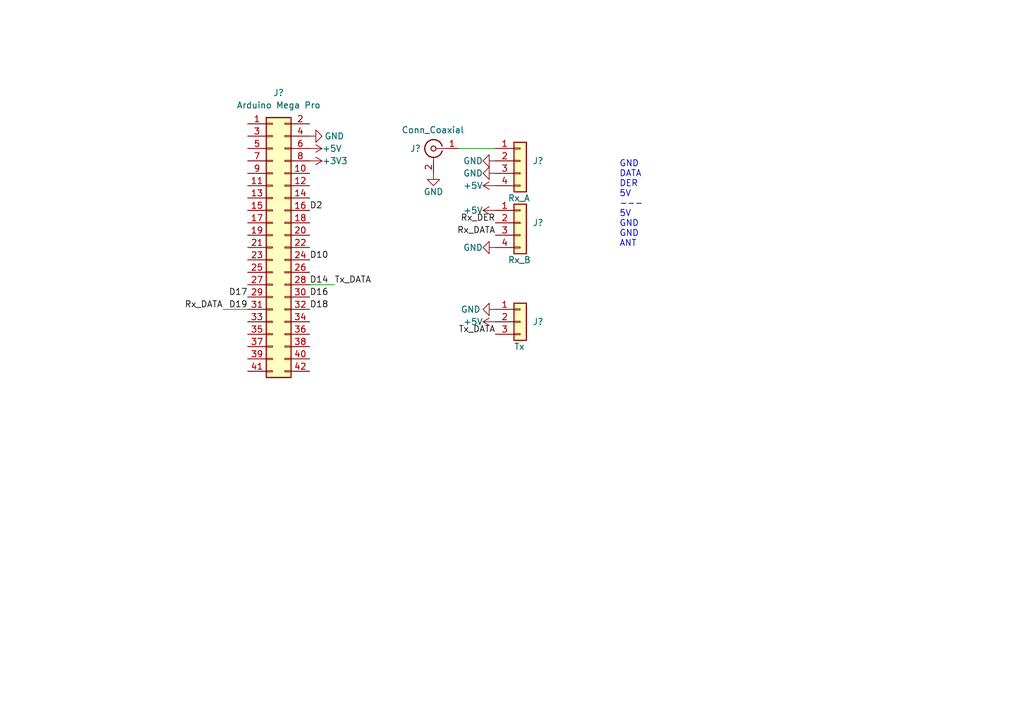
<source format=kicad_sch>
(kicad_sch (version 20211123) (generator eeschema)
  (paper "A5")
  (lib_symbols
    (symbol "Connector:Conn_Coaxial" (pin_names (offset 1.016) hide)
      (property "Reference" "J" (at 0.254 3.048 0))
      (property "Value" "Conn_Coaxial" (at 2.921 0 90))
      (symbol "Conn_Coaxial_0_1"
        (arc (start -1.778 -0.508) (mid 0.222 -1.808) (end 1.778 0) (stroke (width 0.254)))
        (polyline (pts (xy -2.54 0) (xy -0.508 0)))
        (polyline (pts (xy 0 -2.54) (xy 0 -1.778)))
        (circle (center 0 0) (radius 0.508) (stroke (width 0.2032)))
        (arc (start 1.778 0) (mid 0.222 1.8083) (end -1.778 0.508) (stroke (width 0.254)))
      )
      (symbol "Conn_Coaxial_1_1"
        (pin passive line (at -5.08 0 0) (length 2.54) (name "In") (number "1"))
        (pin passive line (at 0 -5.08 90) (length 2.54) (name "Ext") (number "2"))
      )
    )
    (symbol "Connector_Generic:Conn_01x03" (pin_names (offset 1.016) hide)
      (property "Reference" "J" (at 0 5.08 0))
      (property "Value" "Conn_01x03" (at 0 -5.08 0))
      (symbol "Conn_01x03_1_1"
        (rectangle (start -1.27 -2.413) (end 0 -2.667) (stroke (width 0.1524)))
        (rectangle (start -1.27 0.127) (end 0 -0.127) (stroke (width 0.1524)))
        (rectangle (start -1.27 2.667) (end 0 2.413) (stroke (width 0.1524)))
        (rectangle (start -1.27 3.81) (end 1.27 -3.81) (stroke (width 0.254)) (fill (type background)))
        (pin passive line (at -5.08 2.54 0) (length 3.81) (name "Pin_1") (number "1"))
        (pin passive line (at -5.08 0 0) (length 3.81) (name "Pin_2") (number "2"))
        (pin passive line (at -5.08 -2.54 0) (length 3.81) (name "Pin_3") (number "3"))
      )
    )
    (symbol "Connector_Generic:Conn_01x04" (pin_names (offset 1.016) hide)
      (property "Reference" "J" (at 0 5.08 0))
      (property "Value" "Conn_01x04" (at 0 -7.62 0))
      (symbol "Conn_01x04_1_1"
        (rectangle (start -1.27 -4.953) (end 0 -5.207) (stroke (width 0.1524)))
        (rectangle (start -1.27 -2.413) (end 0 -2.667) (stroke (width 0.1524)))
        (rectangle (start -1.27 0.127) (end 0 -0.127) (stroke (width 0.1524)))
        (rectangle (start -1.27 2.667) (end 0 2.413) (stroke (width 0.1524)))
        (rectangle (start -1.27 3.81) (end 1.27 -6.35) (stroke (width 0.254)) (fill (type background)))
        (pin passive line (at -5.08 2.54 0) (length 3.81) (name "Pin_1") (number "1"))
        (pin passive line (at -5.08 0 0) (length 3.81) (name "Pin_2") (number "2"))
        (pin passive line (at -5.08 -2.54 0) (length 3.81) (name "Pin_3") (number "3"))
        (pin passive line (at -5.08 -5.08 0) (length 3.81) (name "Pin_4") (number "4"))
      )
    )
    (symbol "Connector_Generic:Conn_02x21_Odd_Even" (pin_names (offset 1.016) hide)
      (property "Reference" "J" (at 1.27 27.94 0))
      (property "Value" "Conn_02x21_Odd_Even" (at 1.27 -27.94 0))
      (symbol "Conn_02x21_Odd_Even_1_1"
        (rectangle (start -1.27 -25.273) (end 0 -25.527) (stroke (width 0.1524)))
        (rectangle (start -1.27 -22.733) (end 0 -22.987) (stroke (width 0.1524)))
        (rectangle (start -1.27 -20.193) (end 0 -20.447) (stroke (width 0.1524)))
        (rectangle (start -1.27 -17.653) (end 0 -17.907) (stroke (width 0.1524)))
        (rectangle (start -1.27 -15.113) (end 0 -15.367) (stroke (width 0.1524)))
        (rectangle (start -1.27 -12.573) (end 0 -12.827) (stroke (width 0.1524)))
        (rectangle (start -1.27 -10.033) (end 0 -10.287) (stroke (width 0.1524)))
        (rectangle (start -1.27 -7.493) (end 0 -7.747) (stroke (width 0.1524)))
        (rectangle (start -1.27 -4.953) (end 0 -5.207) (stroke (width 0.1524)))
        (rectangle (start -1.27 -2.413) (end 0 -2.667) (stroke (width 0.1524)))
        (rectangle (start -1.27 0.127) (end 0 -0.127) (stroke (width 0.1524)))
        (rectangle (start -1.27 2.667) (end 0 2.413) (stroke (width 0.1524)))
        (rectangle (start -1.27 5.207) (end 0 4.953) (stroke (width 0.1524)))
        (rectangle (start -1.27 7.747) (end 0 7.493) (stroke (width 0.1524)))
        (rectangle (start -1.27 10.287) (end 0 10.033) (stroke (width 0.1524)))
        (rectangle (start -1.27 12.827) (end 0 12.573) (stroke (width 0.1524)))
        (rectangle (start -1.27 15.367) (end 0 15.113) (stroke (width 0.1524)))
        (rectangle (start -1.27 17.907) (end 0 17.653) (stroke (width 0.1524)))
        (rectangle (start -1.27 20.447) (end 0 20.193) (stroke (width 0.1524)))
        (rectangle (start -1.27 22.987) (end 0 22.733) (stroke (width 0.1524)))
        (rectangle (start -1.27 25.527) (end 0 25.273) (stroke (width 0.1524)))
        (rectangle (start -1.27 26.67) (end 3.81 -26.67) (stroke (width 0.254)) (fill (type background)))
        (rectangle (start 3.81 -25.273) (end 2.54 -25.527) (stroke (width 0.1524)))
        (rectangle (start 3.81 -22.733) (end 2.54 -22.987) (stroke (width 0.1524)))
        (rectangle (start 3.81 -20.193) (end 2.54 -20.447) (stroke (width 0.1524)))
        (rectangle (start 3.81 -17.653) (end 2.54 -17.907) (stroke (width 0.1524)))
        (rectangle (start 3.81 -15.113) (end 2.54 -15.367) (stroke (width 0.1524)))
        (rectangle (start 3.81 -12.573) (end 2.54 -12.827) (stroke (width 0.1524)))
        (rectangle (start 3.81 -10.033) (end 2.54 -10.287) (stroke (width 0.1524)))
        (rectangle (start 3.81 -7.493) (end 2.54 -7.747) (stroke (width 0.1524)))
        (rectangle (start 3.81 -4.953) (end 2.54 -5.207) (stroke (width 0.1524)))
        (rectangle (start 3.81 -2.413) (end 2.54 -2.667) (stroke (width 0.1524)))
        (rectangle (start 3.81 0.127) (end 2.54 -0.127) (stroke (width 0.1524)))
        (rectangle (start 3.81 2.667) (end 2.54 2.413) (stroke (width 0.1524)))
        (rectangle (start 3.81 5.207) (end 2.54 4.953) (stroke (width 0.1524)))
        (rectangle (start 3.81 7.747) (end 2.54 7.493) (stroke (width 0.1524)))
        (rectangle (start 3.81 10.287) (end 2.54 10.033) (stroke (width 0.1524)))
        (rectangle (start 3.81 12.827) (end 2.54 12.573) (stroke (width 0.1524)))
        (rectangle (start 3.81 15.367) (end 2.54 15.113) (stroke (width 0.1524)))
        (rectangle (start 3.81 17.907) (end 2.54 17.653) (stroke (width 0.1524)))
        (rectangle (start 3.81 20.447) (end 2.54 20.193) (stroke (width 0.1524)))
        (rectangle (start 3.81 22.987) (end 2.54 22.733) (stroke (width 0.1524)))
        (rectangle (start 3.81 25.527) (end 2.54 25.273) (stroke (width 0.1524)))
        (pin passive line (at -5.08 25.4 0) (length 3.81) (name "Pin_1") (number "1"))
        (pin passive line (at 7.62 15.24 180) (length 3.81) (name "Pin_10") (number "10"))
        (pin passive line (at -5.08 12.7 0) (length 3.81) (name "Pin_11") (number "11"))
        (pin passive line (at 7.62 12.7 180) (length 3.81) (name "Pin_12") (number "12"))
        (pin passive line (at -5.08 10.16 0) (length 3.81) (name "Pin_13") (number "13"))
        (pin passive line (at 7.62 10.16 180) (length 3.81) (name "Pin_14") (number "14"))
        (pin passive line (at -5.08 7.62 0) (length 3.81) (name "Pin_15") (number "15"))
        (pin passive line (at 7.62 7.62 180) (length 3.81) (name "Pin_16") (number "16"))
        (pin passive line (at -5.08 5.08 0) (length 3.81) (name "Pin_17") (number "17"))
        (pin passive line (at 7.62 5.08 180) (length 3.81) (name "Pin_18") (number "18"))
        (pin passive line (at -5.08 2.54 0) (length 3.81) (name "Pin_19") (number "19"))
        (pin passive line (at 7.62 25.4 180) (length 3.81) (name "Pin_2") (number "2"))
        (pin passive line (at 7.62 2.54 180) (length 3.81) (name "Pin_20") (number "20"))
        (pin passive line (at -5.08 0 0) (length 3.81) (name "Pin_21") (number "21"))
        (pin passive line (at 7.62 0 180) (length 3.81) (name "Pin_22") (number "22"))
        (pin passive line (at -5.08 -2.54 0) (length 3.81) (name "Pin_23") (number "23"))
        (pin passive line (at 7.62 -2.54 180) (length 3.81) (name "Pin_24") (number "24"))
        (pin passive line (at -5.08 -5.08 0) (length 3.81) (name "Pin_25") (number "25"))
        (pin passive line (at 7.62 -5.08 180) (length 3.81) (name "Pin_26") (number "26"))
        (pin passive line (at -5.08 -7.62 0) (length 3.81) (name "Pin_27") (number "27"))
        (pin passive line (at 7.62 -7.62 180) (length 3.81) (name "Pin_28") (number "28"))
        (pin passive line (at -5.08 -10.16 0) (length 3.81) (name "Pin_29") (number "29"))
        (pin passive line (at -5.08 22.86 0) (length 3.81) (name "Pin_3") (number "3"))
        (pin passive line (at 7.62 -10.16 180) (length 3.81) (name "Pin_30") (number "30"))
        (pin passive line (at -5.08 -12.7 0) (length 3.81) (name "Pin_31") (number "31"))
        (pin passive line (at 7.62 -12.7 180) (length 3.81) (name "Pin_32") (number "32"))
        (pin passive line (at -5.08 -15.24 0) (length 3.81) (name "Pin_33") (number "33"))
        (pin passive line (at 7.62 -15.24 180) (length 3.81) (name "Pin_34") (number "34"))
        (pin passive line (at -5.08 -17.78 0) (length 3.81) (name "Pin_35") (number "35"))
        (pin passive line (at 7.62 -17.78 180) (length 3.81) (name "Pin_36") (number "36"))
        (pin passive line (at -5.08 -20.32 0) (length 3.81) (name "Pin_37") (number "37"))
        (pin passive line (at 7.62 -20.32 180) (length 3.81) (name "Pin_38") (number "38"))
        (pin passive line (at -5.08 -22.86 0) (length 3.81) (name "Pin_39") (number "39"))
        (pin passive line (at 7.62 22.86 180) (length 3.81) (name "Pin_4") (number "4"))
        (pin passive line (at 7.62 -22.86 180) (length 3.81) (name "Pin_40") (number "40"))
        (pin passive line (at -5.08 -25.4 0) (length 3.81) (name "Pin_41") (number "41"))
        (pin passive line (at 7.62 -25.4 180) (length 3.81) (name "Pin_42") (number "42"))
        (pin passive line (at -5.08 20.32 0) (length 3.81) (name "Pin_5") (number "5"))
        (pin passive line (at 7.62 20.32 180) (length 3.81) (name "Pin_6") (number "6"))
        (pin passive line (at -5.08 17.78 0) (length 3.81) (name "Pin_7") (number "7"))
        (pin passive line (at 7.62 17.78 180) (length 3.81) (name "Pin_8") (number "8"))
        (pin passive line (at -5.08 15.24 0) (length 3.81) (name "Pin_9") (number "9"))
      )
    )
    (symbol "power:+3V3" (power) (pin_names (offset 0))
      (property "Value" "+3V3" (at 0 3.556 0))
      (symbol "+3V3_0_1"
        (polyline (pts (xy -0.762 1.27) (xy 0 2.54)))
        (polyline (pts (xy 0 0) (xy 0 2.54)))
        (polyline (pts (xy 0 2.54) (xy 0.762 1.27)))
      )
      (symbol "+3V3_1_1"
        (pin power_in line (at 0 0 90) (length 0) hide (name "+3V3") (number "1"))
      )
    )
    (symbol "power:+5V" (power) (pin_names (offset 0))
      (property "Value" "+5V" (at 0 3.556 0))
      (symbol "+5V_0_1"
        (polyline (pts (xy -0.762 1.27) (xy 0 2.54)))
        (polyline (pts (xy 0 0) (xy 0 2.54)))
        (polyline (pts (xy 0 2.54) (xy 0.762 1.27)))
      )
      (symbol "+5V_1_1"
        (pin power_in line (at 0 0 90) (length 0) hide (name "+5V") (number "1"))
      )
    )
    (symbol "power:GND" (power) (pin_names (offset 0))
      (property "Value" "GND" (at 0 -3.81 0))
      (symbol "GND_0_1"
        (polyline (pts (xy 0 0) (xy 0 -1.27) (xy 1.27 -1.27) (xy 0 -2.54) (xy -1.27 -1.27) (xy 0 -1.27)))
      )
      (symbol "GND_1_1"
        (pin power_in line (at 0 0 270) (length 0) hide (name "GND") (number "1"))
      )
    )
  )
  (wire (pts (xy 45.72 63.5) (xy 50.8 63.5)))
  (wire (pts (xy 63.5 58.42) (xy 68.58 58.42)))
  (wire (pts (xy 93.98 30.48) (xy 101.6 30.48)))
  (text "GND\nDATA\nDER\n5V\n---\n5V\nGND\nGND\nANT" (at 127 50.8 0) (effects (font (size 1.27 1.27)) (justify left bottom)))
  (label "Tx_DATA" (at 68.58 58.42 0))
  (label "D16" (at 63.5 60.96 0))
  (label "D2" (at 63.5 43.18 0))
  (label "Rx_DATA" (at 101.6 48.26 180))
  (label "D17" (at 50.8 60.96 180))
  (label "D14" (at 63.5 58.42 0))
  (label "Rx_DER" (at 101.6 45.72 180))
  (label "D18" (at 63.5 63.5 0))
  (label "D10" (at 63.5 53.34 0))
  (label "D19" (at 50.8 63.5 180))
  (label "Tx_DATA" (at 101.6 68.58 180))
  (label "Rx_DATA" (at 45.72 63.5 180))
  (symbol (lib_id "power:GND") (at 101.6 33.02 270) (unit 1)
    (property "Reference" "#PWR?" (effects hide))
    (property "Value" "GND" (at 99.06 33.02 90) (effects (justify right)))
  )
  (symbol (lib_id "Connector_Generic:Conn_01x04") (at 106.68 33.02 0) (unit 1)
    (property "Reference" "J?" (at 109.22 33.02 0) (effects (justify left)))
    (property "Value" "Rx_A" (at 104.14 40.64 0) (effects (justify left)))
  )
  (symbol (lib_id "Connector_Generic:Conn_01x04") (at 106.68 45.72 0) (unit 1)
    (property "Reference" "J?" (at 109.22 45.72 0) (effects (justify left)))
    (property "Value" "Rx_B" (at 104.14 53.34 0) (effects (justify left)))
  )
  (symbol (lib_id "power:+5V") (at 101.6 43.18 90) (unit 1)
    (property "Reference" "#PWR?" (effects hide))
    (property "Value" "+5V" (at 99.06 43.18 90) (effects (justify left)))
  )
  (symbol (lib_id "Connector_Generic:Conn_01x03") (at 106.68 66.04 0) (unit 1)
    (property "Reference" "J?" (at 109.22 66.04 0) (effects (justify left)))
    (property "Value" "Tx" (at 105.41 71.12 0) (effects (justify left)))
  )
  (symbol (lib_id "power:+5V") (at 101.6 38.1 90) (unit 1)
    (property "Reference" "#PWR?" (effects hide))
    (property "Value" "+5V" (at 99.06 38.1 90) (effects (justify left)))
  )
  (symbol (lib_id "power:GND") (at 101.6 63.5 270) (unit 1)
    (property "Reference" "#PWR?" (effects hide))
    (property "Value" "GND" (at 96.52 63.5 90))
  )
  (symbol (lib_id "power:+5V") (at 63.5 30.48 270) (unit 1)
    (property "Reference" "#PWR?" (effects hide))
    (property "Value" "+5V" (at 66.04 30.48 90) (effects (justify left)))
  )
  (symbol (lib_id "power:GND") (at 63.5 27.94 90) (unit 1)
    (property "Reference" "#PWR?" (effects hide))
    (property "Value" "GND" (at 68.58 27.94 90))
  )
  (symbol (lib_id "power:GND") (at 101.6 50.8 270) (unit 1)
    (property "Reference" "#PWR?" (effects hide))
    (property "Value" "GND" (at 99.06 50.8 90) (effects (justify right)))
  )
  (symbol (lib_id "power:GND") (at 88.9 35.56 0) (unit 1)
    (property "Reference" "#PWR?" (effects hide))
    (property "Value" "GND" (at 88.9 39.37 0))
  )
  (symbol (lib_id "power:GND") (at 101.6 35.56 270) (unit 1)
    (property "Reference" "#PWR?" (effects hide))
    (property "Value" "GND" (at 99.06 35.56 90) (effects (justify right)))
  )
  (symbol (lib_id "power:+3V3") (at 63.5 33.02 270) (unit 1)
    (property "Reference" "#PWR?" (effects hide))
    (property "Value" "+3V3" (at 66.04 33.02 90) (effects (justify left)))
  )
  (symbol (lib_id "power:+5V") (at 101.6 66.04 90) (unit 1)
    (property "Reference" "#PWR?" (effects hide))
    (property "Value" "+5V" (at 99.06 66.04 90) (effects (justify left)))
  )
  (symbol (lib_id "Connector:Conn_Coaxial") (at 88.9 30.48 0) (mirror y) (unit 1)
    (property "Reference" "J?" (at 86.36 30.48 0) (effects (justify left)))
    (property "Value" "Conn_Coaxial" (at 95.25 26.67 0) (effects (justify left)))
    (property "Datasheet" " ~" (effects hide))
  )
  (symbol (lib_id "Connector_Generic:Conn_02x21_Odd_Even") (at 55.88 50.8 0) (unit 1)
    (property "Reference" "J?" (at 57.15 19.05 0))
    (property "Value" "Arduino Mega Pro" (at 57.15 21.59 0))
  )
)
</source>
